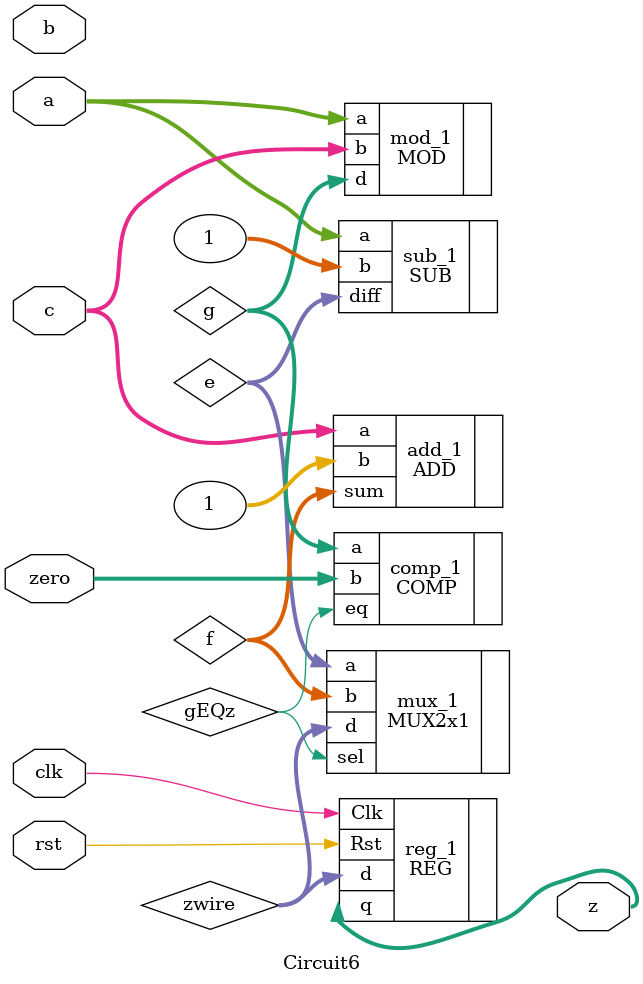
<source format=v>
`timescale 1ns / 1ps


module Circuit6(a, b, c, zero, z, clk, rst);

input [63:0] a, b, c, zero;
input clk, rst;
output [63:0] z;

wire [63:0] e, f, g, zwire;
wire gEQz;

SUB #(.DATAWIDTH(64)) sub_1 (.a(a),.b(1),.diff(e));
ADD #(.DATAWIDTH(64)) add_1 (.a(c),.b(1),.sum(f));
MOD #(.DATAWIDTH(64)) mod_1 (.a(a),.b(c),.d(g));
COMP #(.DATAWIDTH(64)) comp_1 (.a(g),.b(zero),.eq(gEQz));
MUX2x1 #(.DATAWIDTH(64)) mux_1 (.a(e),.b(f),.sel(gEQz),.d(zwire));
REG #(.DATAWIDTH(64)) reg_1 (.d(zwire),.Clk(clk),.Rst(rst),.q(z));

endmodule

</source>
